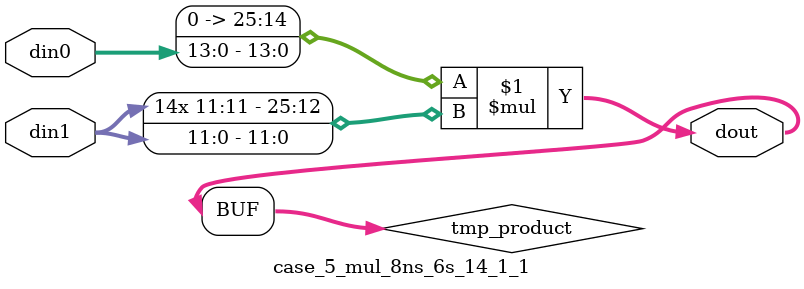
<source format=v>

`timescale 1 ns / 1 ps

 (* use_dsp = "no" *)  module case_5_mul_8ns_6s_14_1_1(din0, din1, dout);
parameter ID = 1;
parameter NUM_STAGE = 0;
parameter din0_WIDTH = 14;
parameter din1_WIDTH = 12;
parameter dout_WIDTH = 26;

input [din0_WIDTH - 1 : 0] din0; 
input [din1_WIDTH - 1 : 0] din1; 
output [dout_WIDTH - 1 : 0] dout;

wire signed [dout_WIDTH - 1 : 0] tmp_product;

























assign tmp_product = $signed({1'b0, din0}) * $signed(din1);










assign dout = tmp_product;





















endmodule

</source>
